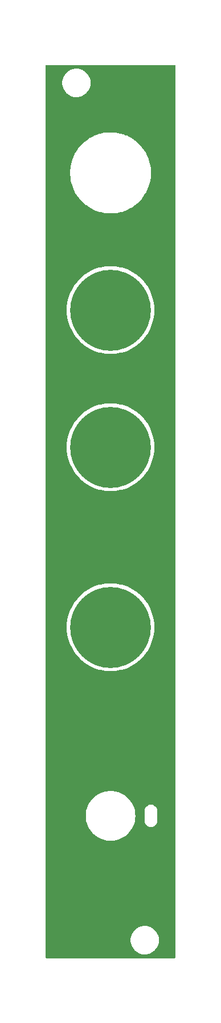
<source format=gbr>
%TF.GenerationSoftware,KiCad,Pcbnew,(6.0.5)*%
%TF.CreationDate,2022-06-04T22:54:33-04:00*%
%TF.ProjectId,aux_panel,6175785f-7061-46e6-956c-2e6b69636164,0.1*%
%TF.SameCoordinates,Original*%
%TF.FileFunction,Copper,L2,Bot*%
%TF.FilePolarity,Positive*%
%FSLAX46Y46*%
G04 Gerber Fmt 4.6, Leading zero omitted, Abs format (unit mm)*
G04 Created by KiCad (PCBNEW (6.0.5)) date 2022-06-04 22:54:33*
%MOMM*%
%LPD*%
G01*
G04 APERTURE LIST*
%TA.AperFunction,ComponentPad*%
%ADD10C,12.000000*%
%TD*%
G04 APERTURE END LIST*
D10*
%TO.P,H4,1*%
%TO.N,N/C*%
X111760000Y-81280000D03*
%TD*%
%TO.P,H2,1*%
%TO.N,N/C*%
X111760000Y-128270000D03*
%TD*%
%TO.P,H5,1*%
%TO.N,N/C*%
X111760000Y-101600000D03*
%TD*%
%TA.AperFunction,NonConductor*%
G36*
X121353621Y-44978502D02*
G01*
X121400114Y-45032158D01*
X121411500Y-45084500D01*
X121411500Y-177165500D01*
X121391498Y-177233621D01*
X121337842Y-177280114D01*
X121285500Y-177291500D01*
X102234500Y-177291500D01*
X102166379Y-177271498D01*
X102119886Y-177217842D01*
X102108500Y-177165500D01*
X102108500Y-174757703D01*
X114730743Y-174757703D01*
X114768268Y-175042734D01*
X114844129Y-175320036D01*
X114956923Y-175584476D01*
X115104561Y-175831161D01*
X115284313Y-176055528D01*
X115492851Y-176253423D01*
X115726317Y-176421186D01*
X115730112Y-176423195D01*
X115730113Y-176423196D01*
X115751869Y-176434715D01*
X115980392Y-176555712D01*
X116250373Y-176654511D01*
X116531264Y-176715755D01*
X116559841Y-176718004D01*
X116754282Y-176733307D01*
X116754291Y-176733307D01*
X116756739Y-176733500D01*
X116912271Y-176733500D01*
X116914407Y-176733354D01*
X116914418Y-176733354D01*
X117122548Y-176719165D01*
X117122554Y-176719164D01*
X117126825Y-176718873D01*
X117131020Y-176718004D01*
X117131022Y-176718004D01*
X117267583Y-176689724D01*
X117408342Y-176660574D01*
X117679343Y-176564607D01*
X117934812Y-176432750D01*
X117938313Y-176430289D01*
X117938317Y-176430287D01*
X118052417Y-176350096D01*
X118170023Y-176267441D01*
X118380622Y-176071740D01*
X118562713Y-175849268D01*
X118712927Y-175604142D01*
X118828483Y-175340898D01*
X118907244Y-175064406D01*
X118947751Y-174779784D01*
X118947845Y-174761951D01*
X118949235Y-174496583D01*
X118949235Y-174496576D01*
X118949257Y-174492297D01*
X118911732Y-174207266D01*
X118835871Y-173929964D01*
X118723077Y-173665524D01*
X118575439Y-173418839D01*
X118395687Y-173194472D01*
X118187149Y-172996577D01*
X117953683Y-172828814D01*
X117931843Y-172817250D01*
X117908654Y-172804972D01*
X117699608Y-172694288D01*
X117429627Y-172595489D01*
X117148736Y-172534245D01*
X117117685Y-172531801D01*
X116925718Y-172516693D01*
X116925709Y-172516693D01*
X116923261Y-172516500D01*
X116767729Y-172516500D01*
X116765593Y-172516646D01*
X116765582Y-172516646D01*
X116557452Y-172530835D01*
X116557446Y-172530836D01*
X116553175Y-172531127D01*
X116548980Y-172531996D01*
X116548978Y-172531996D01*
X116412416Y-172560277D01*
X116271658Y-172589426D01*
X116000657Y-172685393D01*
X115745188Y-172817250D01*
X115741687Y-172819711D01*
X115741683Y-172819713D01*
X115731594Y-172826804D01*
X115509977Y-172982559D01*
X115299378Y-173178260D01*
X115117287Y-173400732D01*
X114967073Y-173645858D01*
X114851517Y-173909102D01*
X114772756Y-174185594D01*
X114732249Y-174470216D01*
X114732227Y-174474505D01*
X114732226Y-174474512D01*
X114730765Y-174753417D01*
X114730743Y-174757703D01*
X102108500Y-174757703D01*
X102108500Y-156210000D01*
X108071445Y-156210000D01*
X108091651Y-156595559D01*
X108152049Y-156976894D01*
X108251976Y-157349826D01*
X108390337Y-157710270D01*
X108391835Y-157713210D01*
X108470960Y-157868500D01*
X108565618Y-158054277D01*
X108775896Y-158378078D01*
X109018869Y-158678125D01*
X109291875Y-158951131D01*
X109591922Y-159194104D01*
X109915723Y-159404382D01*
X109918657Y-159405877D01*
X109918664Y-159405881D01*
X110256790Y-159578165D01*
X110259730Y-159579663D01*
X110620174Y-159718024D01*
X110993106Y-159817951D01*
X111195643Y-159850030D01*
X111371193Y-159877835D01*
X111371201Y-159877836D01*
X111374441Y-159878349D01*
X111663543Y-159893500D01*
X111856457Y-159893500D01*
X112145559Y-159878349D01*
X112148799Y-159877836D01*
X112148807Y-159877835D01*
X112324357Y-159850030D01*
X112526894Y-159817951D01*
X112899826Y-159718024D01*
X113260270Y-159579663D01*
X113263210Y-159578165D01*
X113601336Y-159405881D01*
X113601343Y-159405877D01*
X113604277Y-159404382D01*
X113928078Y-159194104D01*
X114228125Y-158951131D01*
X114501131Y-158678125D01*
X114744104Y-158378078D01*
X114952585Y-158057046D01*
X114952586Y-158057044D01*
X114954382Y-158054278D01*
X114955882Y-158051336D01*
X115128165Y-157713210D01*
X115129663Y-157710270D01*
X115268024Y-157349826D01*
X115359721Y-157007610D01*
X116851500Y-157007610D01*
X116866458Y-157149928D01*
X116925473Y-157331556D01*
X117020960Y-157496944D01*
X117148747Y-157638866D01*
X117303248Y-157751118D01*
X117309276Y-157753802D01*
X117309278Y-157753803D01*
X117471681Y-157826109D01*
X117477712Y-157828794D01*
X117571113Y-157848647D01*
X117658056Y-157867128D01*
X117658061Y-157867128D01*
X117664513Y-157868500D01*
X117855487Y-157868500D01*
X117861939Y-157867128D01*
X117861944Y-157867128D01*
X117948887Y-157848647D01*
X118042288Y-157828794D01*
X118048319Y-157826109D01*
X118210722Y-157753803D01*
X118210724Y-157753802D01*
X118216752Y-157751118D01*
X118371253Y-157638866D01*
X118499040Y-157496944D01*
X118594527Y-157331556D01*
X118653542Y-157149928D01*
X118668500Y-157007610D01*
X118668500Y-155412390D01*
X118653542Y-155270072D01*
X118594527Y-155088444D01*
X118499040Y-154923056D01*
X118371253Y-154781134D01*
X118216752Y-154668882D01*
X118210724Y-154666198D01*
X118210722Y-154666197D01*
X118048319Y-154593891D01*
X118048318Y-154593891D01*
X118042288Y-154591206D01*
X117948887Y-154571353D01*
X117861944Y-154552872D01*
X117861939Y-154552872D01*
X117855487Y-154551500D01*
X117664513Y-154551500D01*
X117658061Y-154552872D01*
X117658056Y-154552872D01*
X117571113Y-154571353D01*
X117477712Y-154591206D01*
X117471682Y-154593891D01*
X117471681Y-154593891D01*
X117309278Y-154666197D01*
X117309276Y-154666198D01*
X117303248Y-154668882D01*
X117148747Y-154781134D01*
X117020960Y-154923056D01*
X116925473Y-155088444D01*
X116866458Y-155270072D01*
X116851500Y-155412390D01*
X116851500Y-157007610D01*
X115359721Y-157007610D01*
X115367951Y-156976894D01*
X115428349Y-156595559D01*
X115448555Y-156210000D01*
X115428349Y-155824441D01*
X115367951Y-155443106D01*
X115268024Y-155070174D01*
X115129663Y-154709730D01*
X115049740Y-154552872D01*
X114955881Y-154368664D01*
X114955877Y-154368657D01*
X114954382Y-154365723D01*
X114744104Y-154041922D01*
X114501131Y-153741875D01*
X114228125Y-153468869D01*
X113928078Y-153225896D01*
X113604277Y-153015618D01*
X113601343Y-153014123D01*
X113601336Y-153014119D01*
X113263210Y-152841835D01*
X113260270Y-152840337D01*
X112899826Y-152701976D01*
X112526894Y-152602049D01*
X112324357Y-152569970D01*
X112148807Y-152542165D01*
X112148799Y-152542164D01*
X112145559Y-152541651D01*
X111856457Y-152526500D01*
X111663543Y-152526500D01*
X111374441Y-152541651D01*
X111371201Y-152542164D01*
X111371193Y-152542165D01*
X111195643Y-152569970D01*
X110993106Y-152602049D01*
X110620174Y-152701976D01*
X110259730Y-152840337D01*
X110256790Y-152841835D01*
X109918664Y-153014119D01*
X109918657Y-153014123D01*
X109915723Y-153015618D01*
X109591922Y-153225896D01*
X109291875Y-153468869D01*
X109018869Y-153741875D01*
X108775896Y-154041922D01*
X108774094Y-154044697D01*
X108567416Y-154362953D01*
X108567414Y-154362956D01*
X108565618Y-154365722D01*
X108564123Y-154368656D01*
X108564119Y-154368663D01*
X108470959Y-154551500D01*
X108390337Y-154709730D01*
X108251976Y-155070174D01*
X108152049Y-155443106D01*
X108091651Y-155824441D01*
X108071445Y-156210000D01*
X102108500Y-156210000D01*
X102108500Y-128270000D01*
X105246478Y-128270000D01*
X105266557Y-128781045D01*
X105326670Y-129288939D01*
X105426447Y-129790552D01*
X105565272Y-130282789D01*
X105742290Y-130762617D01*
X105743320Y-130764852D01*
X105743322Y-130764856D01*
X105955372Y-131224829D01*
X105955379Y-131224842D01*
X105956409Y-131227077D01*
X106206310Y-131673306D01*
X106490450Y-132098552D01*
X106807079Y-132500194D01*
X107154244Y-132875756D01*
X107529806Y-133222921D01*
X107931448Y-133539550D01*
X108356694Y-133823690D01*
X108802923Y-134073591D01*
X108805158Y-134074621D01*
X108805171Y-134074628D01*
X109265144Y-134286678D01*
X109267383Y-134287710D01*
X109747211Y-134464728D01*
X110080897Y-134558837D01*
X110237068Y-134602882D01*
X110237073Y-134602883D01*
X110239448Y-134603553D01*
X110741061Y-134703330D01*
X110904980Y-134722731D01*
X111246501Y-134763153D01*
X111246512Y-134763154D01*
X111248955Y-134763443D01*
X111760000Y-134783522D01*
X112271045Y-134763443D01*
X112273488Y-134763154D01*
X112273499Y-134763153D01*
X112615020Y-134722731D01*
X112778939Y-134703330D01*
X113280552Y-134603553D01*
X113282927Y-134602883D01*
X113282932Y-134602882D01*
X113439103Y-134558837D01*
X113772789Y-134464728D01*
X114252617Y-134287710D01*
X114254856Y-134286678D01*
X114714829Y-134074628D01*
X114714842Y-134074621D01*
X114717077Y-134073591D01*
X115163306Y-133823690D01*
X115588552Y-133539550D01*
X115990194Y-133222921D01*
X116365756Y-132875756D01*
X116712921Y-132500194D01*
X117029550Y-132098552D01*
X117313690Y-131673306D01*
X117563591Y-131227077D01*
X117564621Y-131224842D01*
X117564628Y-131224829D01*
X117776678Y-130764856D01*
X117776680Y-130764852D01*
X117777710Y-130762617D01*
X117954728Y-130282789D01*
X118093553Y-129790552D01*
X118193330Y-129288939D01*
X118253443Y-128781045D01*
X118273522Y-128270000D01*
X118253443Y-127758955D01*
X118193330Y-127251061D01*
X118093553Y-126749448D01*
X117954728Y-126257211D01*
X117777710Y-125777383D01*
X117776678Y-125775144D01*
X117564628Y-125315171D01*
X117564621Y-125315158D01*
X117563591Y-125312923D01*
X117313690Y-124866694D01*
X117029550Y-124441448D01*
X116712921Y-124039806D01*
X116365756Y-123664244D01*
X115990194Y-123317079D01*
X115588552Y-123000450D01*
X115163306Y-122716310D01*
X114717077Y-122466409D01*
X114714842Y-122465379D01*
X114714829Y-122465372D01*
X114254856Y-122253322D01*
X114254852Y-122253320D01*
X114252617Y-122252290D01*
X113772789Y-122075272D01*
X113439103Y-121981163D01*
X113282932Y-121937118D01*
X113282927Y-121937117D01*
X113280552Y-121936447D01*
X112778939Y-121836670D01*
X112615019Y-121817269D01*
X112273499Y-121776847D01*
X112273488Y-121776846D01*
X112271045Y-121776557D01*
X111760000Y-121756478D01*
X111248955Y-121776557D01*
X111246512Y-121776846D01*
X111246501Y-121776847D01*
X110904980Y-121817269D01*
X110741061Y-121836670D01*
X110239448Y-121936447D01*
X110237073Y-121937117D01*
X110237068Y-121937118D01*
X110080897Y-121981163D01*
X109747211Y-122075272D01*
X109267383Y-122252290D01*
X109265148Y-122253320D01*
X109265144Y-122253322D01*
X108805171Y-122465372D01*
X108805158Y-122465379D01*
X108802923Y-122466409D01*
X108356694Y-122716310D01*
X107931448Y-123000450D01*
X107529806Y-123317079D01*
X107154244Y-123664244D01*
X106807079Y-124039806D01*
X106490450Y-124441448D01*
X106206310Y-124866694D01*
X105956409Y-125312923D01*
X105955379Y-125315158D01*
X105955372Y-125315171D01*
X105743322Y-125775144D01*
X105742290Y-125777383D01*
X105565272Y-126257211D01*
X105426447Y-126749448D01*
X105326670Y-127251061D01*
X105266557Y-127758955D01*
X105246478Y-128270000D01*
X102108500Y-128270000D01*
X102108500Y-101600000D01*
X105246478Y-101600000D01*
X105266557Y-102111045D01*
X105326670Y-102618939D01*
X105426447Y-103120552D01*
X105565272Y-103612789D01*
X105742290Y-104092617D01*
X105743320Y-104094852D01*
X105743322Y-104094856D01*
X105955372Y-104554829D01*
X105955379Y-104554842D01*
X105956409Y-104557077D01*
X106206310Y-105003306D01*
X106490450Y-105428552D01*
X106807079Y-105830194D01*
X107154244Y-106205756D01*
X107529806Y-106552921D01*
X107931448Y-106869550D01*
X108356694Y-107153690D01*
X108802923Y-107403591D01*
X108805158Y-107404621D01*
X108805171Y-107404628D01*
X109265144Y-107616678D01*
X109267383Y-107617710D01*
X109747211Y-107794728D01*
X110080897Y-107888837D01*
X110237068Y-107932882D01*
X110237073Y-107932883D01*
X110239448Y-107933553D01*
X110741061Y-108033330D01*
X110904981Y-108052731D01*
X111246501Y-108093153D01*
X111246512Y-108093154D01*
X111248955Y-108093443D01*
X111760000Y-108113522D01*
X112271045Y-108093443D01*
X112273488Y-108093154D01*
X112273499Y-108093153D01*
X112615019Y-108052731D01*
X112778939Y-108033330D01*
X113280552Y-107933553D01*
X113282927Y-107932883D01*
X113282932Y-107932882D01*
X113439103Y-107888837D01*
X113772789Y-107794728D01*
X114252617Y-107617710D01*
X114254856Y-107616678D01*
X114714829Y-107404628D01*
X114714842Y-107404621D01*
X114717077Y-107403591D01*
X115163306Y-107153690D01*
X115588552Y-106869550D01*
X115990194Y-106552921D01*
X116365756Y-106205756D01*
X116712921Y-105830194D01*
X117029550Y-105428552D01*
X117313690Y-105003306D01*
X117563591Y-104557077D01*
X117564621Y-104554842D01*
X117564628Y-104554829D01*
X117776678Y-104094856D01*
X117776680Y-104094852D01*
X117777710Y-104092617D01*
X117954728Y-103612789D01*
X118093553Y-103120552D01*
X118193330Y-102618939D01*
X118253443Y-102111045D01*
X118273522Y-101600000D01*
X118253443Y-101088955D01*
X118193330Y-100581061D01*
X118093553Y-100079448D01*
X117954728Y-99587211D01*
X117777710Y-99107383D01*
X117776678Y-99105144D01*
X117564628Y-98645171D01*
X117564621Y-98645158D01*
X117563591Y-98642923D01*
X117313690Y-98196694D01*
X117029550Y-97771448D01*
X116712921Y-97369806D01*
X116365756Y-96994244D01*
X115990194Y-96647079D01*
X115588552Y-96330450D01*
X115163306Y-96046310D01*
X114717077Y-95796409D01*
X114714842Y-95795379D01*
X114714829Y-95795372D01*
X114254856Y-95583322D01*
X114254852Y-95583320D01*
X114252617Y-95582290D01*
X113772789Y-95405272D01*
X113439103Y-95311163D01*
X113282932Y-95267118D01*
X113282927Y-95267117D01*
X113280552Y-95266447D01*
X112778939Y-95166670D01*
X112615019Y-95147269D01*
X112273499Y-95106847D01*
X112273488Y-95106846D01*
X112271045Y-95106557D01*
X111760000Y-95086478D01*
X111248955Y-95106557D01*
X111246512Y-95106846D01*
X111246501Y-95106847D01*
X110904981Y-95147269D01*
X110741061Y-95166670D01*
X110239448Y-95266447D01*
X110237073Y-95267117D01*
X110237068Y-95267118D01*
X110080897Y-95311163D01*
X109747211Y-95405272D01*
X109267383Y-95582290D01*
X109265148Y-95583320D01*
X109265144Y-95583322D01*
X108805171Y-95795372D01*
X108805158Y-95795379D01*
X108802923Y-95796409D01*
X108356694Y-96046310D01*
X107931448Y-96330450D01*
X107529806Y-96647079D01*
X107154244Y-96994244D01*
X106807079Y-97369806D01*
X106490450Y-97771448D01*
X106206310Y-98196694D01*
X105956409Y-98642923D01*
X105955379Y-98645158D01*
X105955372Y-98645171D01*
X105743322Y-99105144D01*
X105742290Y-99107383D01*
X105565272Y-99587211D01*
X105426447Y-100079448D01*
X105326670Y-100581061D01*
X105266557Y-101088955D01*
X105246478Y-101600000D01*
X102108500Y-101600000D01*
X102108500Y-81280000D01*
X105246478Y-81280000D01*
X105266557Y-81791045D01*
X105326670Y-82298939D01*
X105426447Y-82800552D01*
X105565272Y-83292789D01*
X105742290Y-83772617D01*
X105743320Y-83774852D01*
X105743322Y-83774856D01*
X105955372Y-84234829D01*
X105955379Y-84234842D01*
X105956409Y-84237077D01*
X106206310Y-84683306D01*
X106490450Y-85108552D01*
X106807079Y-85510194D01*
X107154244Y-85885756D01*
X107529806Y-86232921D01*
X107931448Y-86549550D01*
X108356694Y-86833690D01*
X108802923Y-87083591D01*
X108805158Y-87084621D01*
X108805171Y-87084628D01*
X109265144Y-87296678D01*
X109267383Y-87297710D01*
X109747211Y-87474728D01*
X110080897Y-87568837D01*
X110237068Y-87612882D01*
X110237073Y-87612883D01*
X110239448Y-87613553D01*
X110741061Y-87713330D01*
X110904981Y-87732731D01*
X111246501Y-87773153D01*
X111246512Y-87773154D01*
X111248955Y-87773443D01*
X111760000Y-87793522D01*
X112271045Y-87773443D01*
X112273488Y-87773154D01*
X112273499Y-87773153D01*
X112615019Y-87732731D01*
X112778939Y-87713330D01*
X113280552Y-87613553D01*
X113282927Y-87612883D01*
X113282932Y-87612882D01*
X113439103Y-87568837D01*
X113772789Y-87474728D01*
X114252617Y-87297710D01*
X114254856Y-87296678D01*
X114714829Y-87084628D01*
X114714842Y-87084621D01*
X114717077Y-87083591D01*
X115163306Y-86833690D01*
X115588552Y-86549550D01*
X115990194Y-86232921D01*
X116365756Y-85885756D01*
X116712921Y-85510194D01*
X117029550Y-85108552D01*
X117313690Y-84683306D01*
X117563591Y-84237077D01*
X117564621Y-84234842D01*
X117564628Y-84234829D01*
X117776678Y-83774856D01*
X117776680Y-83774852D01*
X117777710Y-83772617D01*
X117954728Y-83292789D01*
X118093553Y-82800552D01*
X118193330Y-82298939D01*
X118253443Y-81791045D01*
X118273522Y-81280000D01*
X118253443Y-80768955D01*
X118193330Y-80261061D01*
X118093553Y-79759448D01*
X117954728Y-79267211D01*
X117777710Y-78787383D01*
X117776678Y-78785144D01*
X117564628Y-78325171D01*
X117564621Y-78325158D01*
X117563591Y-78322923D01*
X117313690Y-77876694D01*
X117029550Y-77451448D01*
X116712921Y-77049806D01*
X116365756Y-76674244D01*
X115990194Y-76327079D01*
X115588552Y-76010450D01*
X115163306Y-75726310D01*
X114717077Y-75476409D01*
X114714842Y-75475379D01*
X114714829Y-75475372D01*
X114254856Y-75263322D01*
X114254852Y-75263320D01*
X114252617Y-75262290D01*
X113772789Y-75085272D01*
X113439103Y-74991163D01*
X113282932Y-74947118D01*
X113282927Y-74947117D01*
X113280552Y-74946447D01*
X112778939Y-74846670D01*
X112615019Y-74827269D01*
X112273499Y-74786847D01*
X112273488Y-74786846D01*
X112271045Y-74786557D01*
X111760000Y-74766478D01*
X111248955Y-74786557D01*
X111246512Y-74786846D01*
X111246501Y-74786847D01*
X110904981Y-74827269D01*
X110741061Y-74846670D01*
X110239448Y-74946447D01*
X110237073Y-74947117D01*
X110237068Y-74947118D01*
X110080897Y-74991163D01*
X109747211Y-75085272D01*
X109267383Y-75262290D01*
X109265148Y-75263320D01*
X109265144Y-75263322D01*
X108805171Y-75475372D01*
X108805158Y-75475379D01*
X108802923Y-75476409D01*
X108356694Y-75726310D01*
X107931448Y-76010450D01*
X107529806Y-76327079D01*
X107154244Y-76674244D01*
X106807079Y-77049806D01*
X106490450Y-77451448D01*
X106206310Y-77876694D01*
X105956409Y-78322923D01*
X105955379Y-78325158D01*
X105955372Y-78325171D01*
X105743322Y-78785144D01*
X105742290Y-78787383D01*
X105565272Y-79267211D01*
X105426447Y-79759448D01*
X105326670Y-80261061D01*
X105266557Y-80768955D01*
X105246478Y-81280000D01*
X102108500Y-81280000D01*
X102108500Y-61169868D01*
X105750159Y-61169868D01*
X105786349Y-61651175D01*
X105861022Y-62128029D01*
X105973698Y-62597358D01*
X106123651Y-63056139D01*
X106309914Y-63501417D01*
X106531289Y-63930321D01*
X106786348Y-64340091D01*
X107073448Y-64728085D01*
X107390740Y-65091803D01*
X107736180Y-65428904D01*
X107738117Y-65430513D01*
X107738128Y-65430522D01*
X108012632Y-65658419D01*
X108107543Y-65737215D01*
X108109610Y-65738668D01*
X108109613Y-65738670D01*
X108163632Y-65776635D01*
X108502436Y-66014751D01*
X108504613Y-66016033D01*
X108504614Y-66016034D01*
X108916130Y-66258436D01*
X108916139Y-66258441D01*
X108918314Y-66259722D01*
X108920587Y-66260826D01*
X108920595Y-66260830D01*
X109350218Y-66469444D01*
X109350230Y-66469449D01*
X109352499Y-66470551D01*
X109418678Y-66496353D01*
X109799829Y-66644958D01*
X109799839Y-66644962D01*
X109802195Y-66645880D01*
X110264502Y-66784579D01*
X110266953Y-66785105D01*
X110266963Y-66785107D01*
X110733984Y-66885227D01*
X110733993Y-66885229D01*
X110736444Y-66885754D01*
X110936325Y-66912069D01*
X111212473Y-66948425D01*
X111212478Y-66948425D01*
X111214981Y-66948755D01*
X111217495Y-66948882D01*
X111217502Y-66948883D01*
X111603172Y-66968420D01*
X111603189Y-66968420D01*
X111604760Y-66968500D01*
X111884590Y-66968500D01*
X112096791Y-66959977D01*
X112239742Y-66954236D01*
X112239747Y-66954236D01*
X112242277Y-66954134D01*
X112418691Y-66932785D01*
X112718928Y-66896453D01*
X112718935Y-66896452D01*
X112721446Y-66896148D01*
X112723908Y-66895647D01*
X112723921Y-66895645D01*
X113000927Y-66839287D01*
X113194422Y-66799920D01*
X113460077Y-66723243D01*
X113655726Y-66666772D01*
X113655733Y-66666770D01*
X113658157Y-66666070D01*
X114109663Y-66495460D01*
X114546033Y-66289189D01*
X114548202Y-66287942D01*
X114548215Y-66287935D01*
X114962268Y-66049843D01*
X114964454Y-66048586D01*
X115362231Y-65775201D01*
X115736802Y-65470796D01*
X116085753Y-65137331D01*
X116124744Y-65093569D01*
X116405161Y-64778834D01*
X116406836Y-64776954D01*
X116697984Y-64391988D01*
X116957320Y-63984912D01*
X116986225Y-63930321D01*
X117181985Y-63560595D01*
X117181987Y-63560591D01*
X117183174Y-63558349D01*
X117374090Y-63115047D01*
X117528838Y-62657861D01*
X117646423Y-62189738D01*
X117657167Y-62125538D01*
X117725667Y-61716194D01*
X117726086Y-61713692D01*
X117767314Y-61232791D01*
X117769841Y-60750132D01*
X117733651Y-60268825D01*
X117658978Y-59791971D01*
X117546302Y-59322642D01*
X117396349Y-58863861D01*
X117210086Y-58418583D01*
X116988711Y-57989679D01*
X116733652Y-57579909D01*
X116446552Y-57191915D01*
X116129260Y-56828197D01*
X115783820Y-56491096D01*
X115781883Y-56489487D01*
X115781872Y-56489478D01*
X115414408Y-56184405D01*
X115412457Y-56182785D01*
X115360680Y-56146395D01*
X115019627Y-55906699D01*
X115017564Y-55905249D01*
X114957990Y-55870157D01*
X114603870Y-55661564D01*
X114603861Y-55661559D01*
X114601686Y-55660278D01*
X114599413Y-55659174D01*
X114599405Y-55659170D01*
X114169782Y-55450556D01*
X114169770Y-55450551D01*
X114167501Y-55449449D01*
X113975397Y-55374551D01*
X113720171Y-55275042D01*
X113720161Y-55275038D01*
X113717805Y-55274120D01*
X113255498Y-55135421D01*
X113253047Y-55134895D01*
X113253037Y-55134893D01*
X112786016Y-55034773D01*
X112786007Y-55034771D01*
X112783556Y-55034246D01*
X112583675Y-55007931D01*
X112307527Y-54971575D01*
X112307522Y-54971575D01*
X112305019Y-54971245D01*
X112302505Y-54971118D01*
X112302498Y-54971117D01*
X111916828Y-54951580D01*
X111916811Y-54951580D01*
X111915240Y-54951500D01*
X111635410Y-54951500D01*
X111423209Y-54960023D01*
X111280258Y-54965764D01*
X111280253Y-54965764D01*
X111277723Y-54965866D01*
X111101309Y-54987215D01*
X110801072Y-55023547D01*
X110801065Y-55023548D01*
X110798554Y-55023852D01*
X110796092Y-55024353D01*
X110796079Y-55024355D01*
X110519073Y-55080713D01*
X110325578Y-55120080D01*
X110059923Y-55196757D01*
X109864274Y-55253228D01*
X109864267Y-55253230D01*
X109861843Y-55253930D01*
X109410337Y-55424540D01*
X108973967Y-55630811D01*
X108971798Y-55632058D01*
X108971785Y-55632065D01*
X108561835Y-55867797D01*
X108555546Y-55871414D01*
X108157769Y-56144799D01*
X107783198Y-56449204D01*
X107434247Y-56782669D01*
X107432573Y-56784547D01*
X107432568Y-56784553D01*
X107114839Y-57141166D01*
X107113164Y-57143046D01*
X106822016Y-57528012D01*
X106562680Y-57935088D01*
X106561490Y-57937336D01*
X106561488Y-57937339D01*
X106532583Y-57991932D01*
X106336826Y-58361651D01*
X106145910Y-58804953D01*
X105991162Y-59262139D01*
X105873577Y-59730262D01*
X105873160Y-59732756D01*
X105873159Y-59732759D01*
X105847984Y-59883197D01*
X105793914Y-60206308D01*
X105752686Y-60687209D01*
X105750159Y-61169868D01*
X102108500Y-61169868D01*
X102108500Y-47757703D01*
X104570743Y-47757703D01*
X104608268Y-48042734D01*
X104684129Y-48320036D01*
X104796923Y-48584476D01*
X104944561Y-48831161D01*
X105124313Y-49055528D01*
X105332851Y-49253423D01*
X105566317Y-49421186D01*
X105570112Y-49423195D01*
X105570113Y-49423196D01*
X105591869Y-49434715D01*
X105820392Y-49555712D01*
X106090373Y-49654511D01*
X106371264Y-49715755D01*
X106399841Y-49718004D01*
X106594282Y-49733307D01*
X106594291Y-49733307D01*
X106596739Y-49733500D01*
X106752271Y-49733500D01*
X106754407Y-49733354D01*
X106754418Y-49733354D01*
X106962548Y-49719165D01*
X106962554Y-49719164D01*
X106966825Y-49718873D01*
X106971020Y-49718004D01*
X106971022Y-49718004D01*
X107107583Y-49689724D01*
X107248342Y-49660574D01*
X107519343Y-49564607D01*
X107774812Y-49432750D01*
X107778313Y-49430289D01*
X107778317Y-49430287D01*
X107892418Y-49350095D01*
X108010023Y-49267441D01*
X108220622Y-49071740D01*
X108402713Y-48849268D01*
X108552927Y-48604142D01*
X108668483Y-48340898D01*
X108747244Y-48064406D01*
X108787751Y-47779784D01*
X108787845Y-47761951D01*
X108789235Y-47496583D01*
X108789235Y-47496576D01*
X108789257Y-47492297D01*
X108751732Y-47207266D01*
X108675871Y-46929964D01*
X108563077Y-46665524D01*
X108415439Y-46418839D01*
X108235687Y-46194472D01*
X108027149Y-45996577D01*
X107793683Y-45828814D01*
X107771843Y-45817250D01*
X107748654Y-45804972D01*
X107539608Y-45694288D01*
X107269627Y-45595489D01*
X106988736Y-45534245D01*
X106957685Y-45531801D01*
X106765718Y-45516693D01*
X106765709Y-45516693D01*
X106763261Y-45516500D01*
X106607729Y-45516500D01*
X106605593Y-45516646D01*
X106605582Y-45516646D01*
X106397452Y-45530835D01*
X106397446Y-45530836D01*
X106393175Y-45531127D01*
X106388980Y-45531996D01*
X106388978Y-45531996D01*
X106252417Y-45560276D01*
X106111658Y-45589426D01*
X105840657Y-45685393D01*
X105585188Y-45817250D01*
X105581687Y-45819711D01*
X105581683Y-45819713D01*
X105571594Y-45826804D01*
X105349977Y-45982559D01*
X105139378Y-46178260D01*
X104957287Y-46400732D01*
X104807073Y-46645858D01*
X104691517Y-46909102D01*
X104612756Y-47185594D01*
X104572249Y-47470216D01*
X104572227Y-47474505D01*
X104572226Y-47474512D01*
X104570765Y-47753417D01*
X104570743Y-47757703D01*
X102108500Y-47757703D01*
X102108500Y-45084500D01*
X102128502Y-45016379D01*
X102182158Y-44969886D01*
X102234500Y-44958500D01*
X121285500Y-44958500D01*
X121353621Y-44978502D01*
G37*
%TD.AperFunction*%
M02*

</source>
